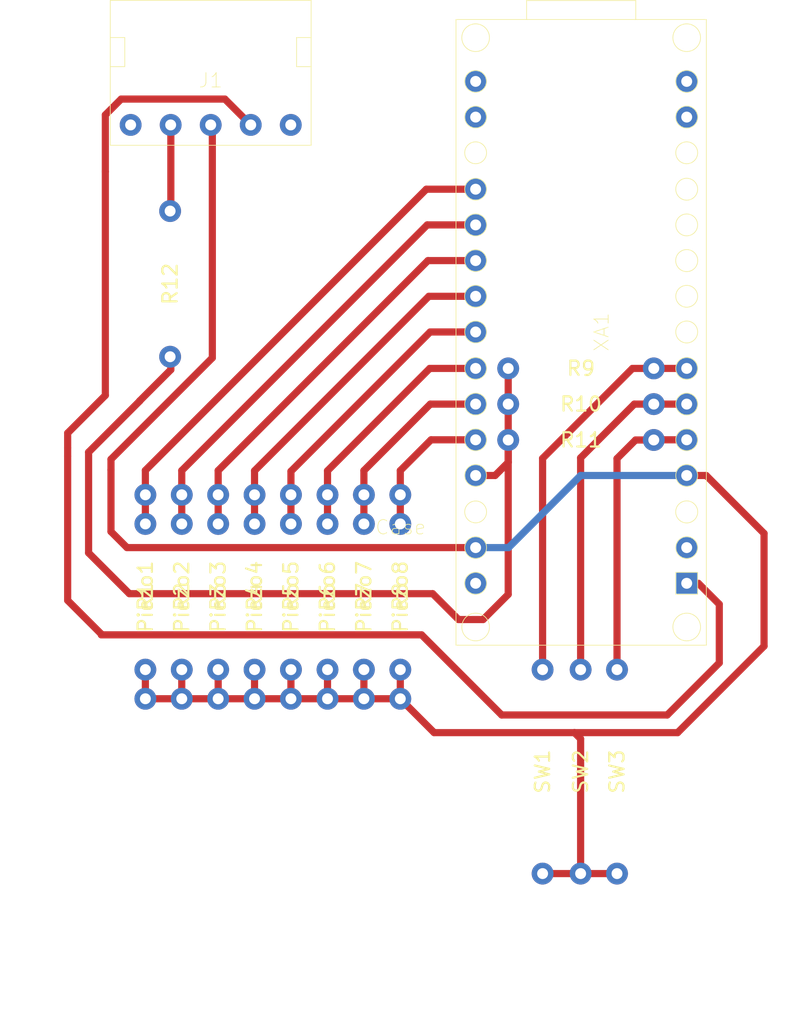
<source format=kicad_pcb>
(kicad_pcb (version 4) (host pcbnew 4.0.7-e2-6376~61~ubuntu18.04.1)

  (general
    (links 49)
    (no_connects 0)
    (area 0 0 0 0)
    (thickness 1.6)
    (drawings 0)
    (tracks 120)
    (zones 0)
    (modules 27)
    (nets 20)
  )

  (page A4)
  (layers
    (0 F.Cu signal)
    (31 B.Cu signal)
    (32 B.Adhes user)
    (33 F.Adhes user)
    (34 B.Paste user)
    (35 F.Paste user)
    (36 B.SilkS user)
    (37 F.SilkS user)
    (38 B.Mask user)
    (39 F.Mask user)
    (40 Dwgs.User user)
    (41 Cmts.User user)
    (42 Eco1.User user)
    (43 Eco2.User user)
    (44 Edge.Cuts user)
    (45 Margin user)
    (46 B.CrtYd user)
    (47 F.CrtYd user)
    (48 B.Fab user)
    (49 F.Fab user)
  )

  (setup
    (last_trace_width 0.5)
    (trace_clearance 0.2)
    (zone_clearance 0.508)
    (zone_45_only no)
    (trace_min 0.2)
    (segment_width 0.2)
    (edge_width 0.15)
    (via_size 0.6)
    (via_drill 0.4)
    (via_min_size 0.4)
    (via_min_drill 0.3)
    (uvia_size 0.3)
    (uvia_drill 0.1)
    (uvias_allowed no)
    (uvia_min_size 0.2)
    (uvia_min_drill 0.1)
    (pcb_text_width 0.3)
    (pcb_text_size 1.5 1.5)
    (mod_edge_width 0.15)
    (mod_text_size 1 1)
    (mod_text_width 0.15)
    (pad_size 1.5 1.5)
    (pad_drill 0.8)
    (pad_to_mask_clearance 0.2)
    (aux_axis_origin 0 0)
    (visible_elements FFFCFF7F)
    (pcbplotparams
      (layerselection 0x00120_00000001)
      (usegerberextensions false)
      (excludeedgelayer true)
      (linewidth 0.100000)
      (plotframeref false)
      (viasonmask false)
      (mode 1)
      (useauxorigin false)
      (hpglpennumber 1)
      (hpglpenspeed 20)
      (hpglpendiameter 15)
      (hpglpenoverlay 2)
      (psnegative false)
      (psa4output false)
      (plotreference true)
      (plotvalue true)
      (plotinvisibletext false)
      (padsonsilk false)
      (subtractmaskfromsilk false)
      (outputformat 5)
      (mirror false)
      (drillshape 0)
      (scaleselection 1)
      (outputdirectory img/))
  )

  (net 0 "")
  (net 1 GND)
  (net 2 "Net-(Piezo1-Pad1)")
  (net 3 "Net-(Piezo2-Pad1)")
  (net 4 "Net-(Piezo3-Pad1)")
  (net 5 "Net-(Piezo4-Pad1)")
  (net 6 "Net-(Piezo5-Pad1)")
  (net 7 "Net-(Piezo6-Pad1)")
  (net 8 "Net-(Piezo7-Pad1)")
  (net 9 "Net-(Piezo8-Pad1)")
  (net 10 "Net-(R10-Pad1)")
  (net 11 "Net-(R9-Pad2)")
  (net 12 "Net-(R10-Pad2)")
  (net 13 "Net-(R11-Pad2)")
  (net 14 "Net-(J1-Pad4)")
  (net 15 "Net-(J1-Pad5)")
  (net 16 "Net-(XA1-PadRX0)")
  (net 17 "Net-(J1-Pad3)")
  (net 18 "Net-(J1-Pad1)")
  (net 19 "Net-(XA1-PadVIN)")

  (net_class Default "This is the default net class."
    (clearance 0.2)
    (trace_width 0.5)
    (via_dia 0.6)
    (via_drill 0.4)
    (uvia_dia 0.3)
    (uvia_drill 0.1)
    (add_net GND)
    (add_net "Net-(J1-Pad1)")
    (add_net "Net-(J1-Pad3)")
    (add_net "Net-(J1-Pad4)")
    (add_net "Net-(J1-Pad5)")
    (add_net "Net-(Piezo1-Pad1)")
    (add_net "Net-(Piezo2-Pad1)")
    (add_net "Net-(Piezo3-Pad1)")
    (add_net "Net-(Piezo4-Pad1)")
    (add_net "Net-(Piezo5-Pad1)")
    (add_net "Net-(Piezo6-Pad1)")
    (add_net "Net-(Piezo7-Pad1)")
    (add_net "Net-(Piezo8-Pad1)")
    (add_net "Net-(R10-Pad1)")
    (add_net "Net-(R10-Pad2)")
    (add_net "Net-(R11-Pad2)")
    (add_net "Net-(R9-Pad2)")
    (add_net "Net-(XA1-PadRX0)")
    (add_net "Net-(XA1-PadVIN)")
  )

  (module arduino-drumkit:Din5-180 (layer F.Cu) (tedit 5DC35195) (tstamp 5DC351FD)
    (at 135.8265 39.624)
    (path /5DC34D21)
    (fp_text reference J1 (at 0 0.5) (layer F.SilkS)
      (effects (font (size 1 1) (thickness 0.05)))
    )
    (fp_text value DIN-5_180degree (at 0 -0.5) (layer F.Fab)
      (effects (font (size 1 1) (thickness 0.05)))
    )
    (fp_line (start -7.0104 -0.4572) (end -5.9944 -0.4572) (layer F.SilkS) (width 0.05))
    (fp_line (start -5.9944 -0.4572) (end -5.9944 -2.4892) (layer F.SilkS) (width 0.05))
    (fp_line (start -5.9944 -2.4892) (end -7.0104 -2.4892) (layer F.SilkS) (width 0.05))
    (fp_line (start 7.0104 -2.4892) (end 5.9944 -2.4892) (layer F.SilkS) (width 0.05))
    (fp_line (start 5.9944 -2.4892) (end 5.9944 -0.4572) (layer F.SilkS) (width 0.05))
    (fp_line (start 5.9944 -0.4572) (end 7.0104 -0.4572) (layer F.SilkS) (width 0.05))
    (fp_line (start -7.0104 -5.08) (end -7.0104 5.0292) (layer F.SilkS) (width 0.05))
    (fp_line (start 7.0104 5.0292) (end 7.0104 -5.08) (layer F.SilkS) (width 0.05))
    (fp_line (start -7.0104 5.0292) (end 7.0104 5.0292) (layer F.SilkS) (width 0.05))
    (fp_line (start -7.0104 -5.08) (end 7.0104 -5.08) (layer F.SilkS) (width 0.05))
    (pad 3 thru_hole circle (at 5.588 3.6068) (size 1.524 1.524) (drill 0.762) (layers *.Cu *.Mask)
      (net 17 "Net-(J1-Pad3)"))
    (pad 2 thru_hole circle (at 0 3.6068) (size 1.524 1.524) (drill 0.762) (layers *.Cu *.Mask)
      (net 1 GND))
    (pad 1 thru_hole circle (at -5.588 3.6068) (size 1.524 1.524) (drill 0.762) (layers *.Cu *.Mask)
      (net 18 "Net-(J1-Pad1)"))
    (pad 4 thru_hole circle (at -2.794 3.6068) (size 1.524 1.524) (drill 0.762) (layers *.Cu *.Mask)
      (net 14 "Net-(J1-Pad4)"))
    (pad 5 thru_hole circle (at 2.794 3.6068) (size 1.524 1.524) (drill 0.762) (layers *.Cu *.Mask)
      (net 15 "Net-(J1-Pad5)"))
  )

  (module arduino-drumkit:External_2_14.224mm (layer F.Cu) (tedit 5D65E30D) (tstamp 5D6920CE)
    (at 131.2672 76.1365 270)
    (path /5D691E80)
    (fp_text reference Piezo1 (at 0 0 270) (layer F.SilkS)
      (effects (font (size 1 1) (thickness 0.15)))
    )
    (fp_text value Piezo (at 0 2.032 270) (layer F.Fab)
      (effects (font (size 1 1) (thickness 0.15)))
    )
    (fp_line (start -6.1468 -0.9652) (end -8.0772 -0.9652) (layer F.CrtYd) (width 0.05))
    (fp_line (start -8.0772 -0.9652) (end -8.0772 0.9652) (layer F.CrtYd) (width 0.05))
    (fp_line (start -8.0772 0.9652) (end -6.1468 0.9652) (layer F.CrtYd) (width 0.05))
    (fp_line (start 6.1468 -0.9652) (end 8.0772 -0.9652) (layer F.CrtYd) (width 0.05))
    (fp_line (start 8.0772 -0.9652) (end 8.0772 0.9652) (layer F.CrtYd) (width 0.05))
    (fp_line (start 8.0772 0.9652) (end 6.1468 0.9652) (layer F.CrtYd) (width 0.05))
    (fp_line (start 6.1468 -0.9652) (end 6.1468 0.9652) (layer F.CrtYd) (width 0.05))
    (fp_line (start -6.1468 -0.9652) (end -6.1468 0.9652) (layer F.CrtYd) (width 0.05))
    (pad 1 thru_hole circle (at -7.112 0 270) (size 1.524 1.524) (drill 0.762) (layers *.Cu *.Mask)
      (net 2 "Net-(Piezo1-Pad1)"))
    (pad 2 thru_hole circle (at 7.112 0 270) (size 1.524 1.524) (drill 0.762) (layers *.Cu *.Mask)
      (net 1 GND))
  )

  (module arduino-drumkit:External_2_14.224mm (layer F.Cu) (tedit 5D65E30D) (tstamp 5D6920D4)
    (at 133.8072 76.1365 270)
    (path /5D691E1C)
    (fp_text reference Piezo2 (at 0 0 270) (layer F.SilkS)
      (effects (font (size 1 1) (thickness 0.15)))
    )
    (fp_text value Piezo (at 0 2.032 270) (layer F.Fab)
      (effects (font (size 1 1) (thickness 0.15)))
    )
    (fp_line (start -6.1468 -0.9652) (end -8.0772 -0.9652) (layer F.CrtYd) (width 0.05))
    (fp_line (start -8.0772 -0.9652) (end -8.0772 0.9652) (layer F.CrtYd) (width 0.05))
    (fp_line (start -8.0772 0.9652) (end -6.1468 0.9652) (layer F.CrtYd) (width 0.05))
    (fp_line (start 6.1468 -0.9652) (end 8.0772 -0.9652) (layer F.CrtYd) (width 0.05))
    (fp_line (start 8.0772 -0.9652) (end 8.0772 0.9652) (layer F.CrtYd) (width 0.05))
    (fp_line (start 8.0772 0.9652) (end 6.1468 0.9652) (layer F.CrtYd) (width 0.05))
    (fp_line (start 6.1468 -0.9652) (end 6.1468 0.9652) (layer F.CrtYd) (width 0.05))
    (fp_line (start -6.1468 -0.9652) (end -6.1468 0.9652) (layer F.CrtYd) (width 0.05))
    (pad 1 thru_hole circle (at -7.112 0 270) (size 1.524 1.524) (drill 0.762) (layers *.Cu *.Mask)
      (net 3 "Net-(Piezo2-Pad1)"))
    (pad 2 thru_hole circle (at 7.112 0 270) (size 1.524 1.524) (drill 0.762) (layers *.Cu *.Mask)
      (net 1 GND))
  )

  (module arduino-drumkit:External_2_14.224mm (layer F.Cu) (tedit 5D65E30D) (tstamp 5D6920DA)
    (at 136.3472 76.1365 270)
    (path /5D691CF6)
    (fp_text reference Piezo3 (at 0 0 270) (layer F.SilkS)
      (effects (font (size 1 1) (thickness 0.15)))
    )
    (fp_text value Piezo (at 0 2.032 270) (layer F.Fab)
      (effects (font (size 1 1) (thickness 0.15)))
    )
    (fp_line (start -6.1468 -0.9652) (end -8.0772 -0.9652) (layer F.CrtYd) (width 0.05))
    (fp_line (start -8.0772 -0.9652) (end -8.0772 0.9652) (layer F.CrtYd) (width 0.05))
    (fp_line (start -8.0772 0.9652) (end -6.1468 0.9652) (layer F.CrtYd) (width 0.05))
    (fp_line (start 6.1468 -0.9652) (end 8.0772 -0.9652) (layer F.CrtYd) (width 0.05))
    (fp_line (start 8.0772 -0.9652) (end 8.0772 0.9652) (layer F.CrtYd) (width 0.05))
    (fp_line (start 8.0772 0.9652) (end 6.1468 0.9652) (layer F.CrtYd) (width 0.05))
    (fp_line (start 6.1468 -0.9652) (end 6.1468 0.9652) (layer F.CrtYd) (width 0.05))
    (fp_line (start -6.1468 -0.9652) (end -6.1468 0.9652) (layer F.CrtYd) (width 0.05))
    (pad 1 thru_hole circle (at -7.112 0 270) (size 1.524 1.524) (drill 0.762) (layers *.Cu *.Mask)
      (net 4 "Net-(Piezo3-Pad1)"))
    (pad 2 thru_hole circle (at 7.112 0 270) (size 1.524 1.524) (drill 0.762) (layers *.Cu *.Mask)
      (net 1 GND))
  )

  (module arduino-drumkit:External_2_14.224mm (layer F.Cu) (tedit 5D65E30D) (tstamp 5D6920E0)
    (at 138.8872 76.1365 270)
    (path /5D691BC8)
    (fp_text reference Piezo4 (at 0 0 270) (layer F.SilkS)
      (effects (font (size 1 1) (thickness 0.15)))
    )
    (fp_text value Piezo (at 0 2.032 270) (layer F.Fab)
      (effects (font (size 1 1) (thickness 0.15)))
    )
    (fp_line (start -6.1468 -0.9652) (end -8.0772 -0.9652) (layer F.CrtYd) (width 0.05))
    (fp_line (start -8.0772 -0.9652) (end -8.0772 0.9652) (layer F.CrtYd) (width 0.05))
    (fp_line (start -8.0772 0.9652) (end -6.1468 0.9652) (layer F.CrtYd) (width 0.05))
    (fp_line (start 6.1468 -0.9652) (end 8.0772 -0.9652) (layer F.CrtYd) (width 0.05))
    (fp_line (start 8.0772 -0.9652) (end 8.0772 0.9652) (layer F.CrtYd) (width 0.05))
    (fp_line (start 8.0772 0.9652) (end 6.1468 0.9652) (layer F.CrtYd) (width 0.05))
    (fp_line (start 6.1468 -0.9652) (end 6.1468 0.9652) (layer F.CrtYd) (width 0.05))
    (fp_line (start -6.1468 -0.9652) (end -6.1468 0.9652) (layer F.CrtYd) (width 0.05))
    (pad 1 thru_hole circle (at -7.112 0 270) (size 1.524 1.524) (drill 0.762) (layers *.Cu *.Mask)
      (net 5 "Net-(Piezo4-Pad1)"))
    (pad 2 thru_hole circle (at 7.112 0 270) (size 1.524 1.524) (drill 0.762) (layers *.Cu *.Mask)
      (net 1 GND))
  )

  (module arduino-drumkit:External_2_14.224mm (layer F.Cu) (tedit 5D65E30D) (tstamp 5D6920E6)
    (at 141.4272 76.1365 270)
    (path /5D691B76)
    (fp_text reference Piezo5 (at 0 0 270) (layer F.SilkS)
      (effects (font (size 1 1) (thickness 0.15)))
    )
    (fp_text value Piezo (at 0 2.032 270) (layer F.Fab)
      (effects (font (size 1 1) (thickness 0.15)))
    )
    (fp_line (start -6.1468 -0.9652) (end -8.0772 -0.9652) (layer F.CrtYd) (width 0.05))
    (fp_line (start -8.0772 -0.9652) (end -8.0772 0.9652) (layer F.CrtYd) (width 0.05))
    (fp_line (start -8.0772 0.9652) (end -6.1468 0.9652) (layer F.CrtYd) (width 0.05))
    (fp_line (start 6.1468 -0.9652) (end 8.0772 -0.9652) (layer F.CrtYd) (width 0.05))
    (fp_line (start 8.0772 -0.9652) (end 8.0772 0.9652) (layer F.CrtYd) (width 0.05))
    (fp_line (start 8.0772 0.9652) (end 6.1468 0.9652) (layer F.CrtYd) (width 0.05))
    (fp_line (start 6.1468 -0.9652) (end 6.1468 0.9652) (layer F.CrtYd) (width 0.05))
    (fp_line (start -6.1468 -0.9652) (end -6.1468 0.9652) (layer F.CrtYd) (width 0.05))
    (pad 1 thru_hole circle (at -7.112 0 270) (size 1.524 1.524) (drill 0.762) (layers *.Cu *.Mask)
      (net 6 "Net-(Piezo5-Pad1)"))
    (pad 2 thru_hole circle (at 7.112 0 270) (size 1.524 1.524) (drill 0.762) (layers *.Cu *.Mask)
      (net 1 GND))
  )

  (module arduino-drumkit:External_2_14.224mm (layer F.Cu) (tedit 5D65E30D) (tstamp 5D6920EC)
    (at 143.9799 76.1365 270)
    (path /5D691B1E)
    (fp_text reference Piezo6 (at 0 0 270) (layer F.SilkS)
      (effects (font (size 1 1) (thickness 0.15)))
    )
    (fp_text value Piezo (at 0 2.032 270) (layer F.Fab)
      (effects (font (size 1 1) (thickness 0.15)))
    )
    (fp_line (start -6.1468 -0.9652) (end -8.0772 -0.9652) (layer F.CrtYd) (width 0.05))
    (fp_line (start -8.0772 -0.9652) (end -8.0772 0.9652) (layer F.CrtYd) (width 0.05))
    (fp_line (start -8.0772 0.9652) (end -6.1468 0.9652) (layer F.CrtYd) (width 0.05))
    (fp_line (start 6.1468 -0.9652) (end 8.0772 -0.9652) (layer F.CrtYd) (width 0.05))
    (fp_line (start 8.0772 -0.9652) (end 8.0772 0.9652) (layer F.CrtYd) (width 0.05))
    (fp_line (start 8.0772 0.9652) (end 6.1468 0.9652) (layer F.CrtYd) (width 0.05))
    (fp_line (start 6.1468 -0.9652) (end 6.1468 0.9652) (layer F.CrtYd) (width 0.05))
    (fp_line (start -6.1468 -0.9652) (end -6.1468 0.9652) (layer F.CrtYd) (width 0.05))
    (pad 1 thru_hole circle (at -7.112 0 270) (size 1.524 1.524) (drill 0.762) (layers *.Cu *.Mask)
      (net 7 "Net-(Piezo6-Pad1)"))
    (pad 2 thru_hole circle (at 7.112 0 270) (size 1.524 1.524) (drill 0.762) (layers *.Cu *.Mask)
      (net 1 GND))
  )

  (module arduino-drumkit:External_2_14.224mm (layer F.Cu) (tedit 5D65E30D) (tstamp 5D6920F2)
    (at 146.5199 76.1365 270)
    (path /5D691AB2)
    (fp_text reference Piezo7 (at 0 0 270) (layer F.SilkS)
      (effects (font (size 1 1) (thickness 0.15)))
    )
    (fp_text value Piezo (at 0 2.032 270) (layer F.Fab)
      (effects (font (size 1 1) (thickness 0.15)))
    )
    (fp_line (start -6.1468 -0.9652) (end -8.0772 -0.9652) (layer F.CrtYd) (width 0.05))
    (fp_line (start -8.0772 -0.9652) (end -8.0772 0.9652) (layer F.CrtYd) (width 0.05))
    (fp_line (start -8.0772 0.9652) (end -6.1468 0.9652) (layer F.CrtYd) (width 0.05))
    (fp_line (start 6.1468 -0.9652) (end 8.0772 -0.9652) (layer F.CrtYd) (width 0.05))
    (fp_line (start 8.0772 -0.9652) (end 8.0772 0.9652) (layer F.CrtYd) (width 0.05))
    (fp_line (start 8.0772 0.9652) (end 6.1468 0.9652) (layer F.CrtYd) (width 0.05))
    (fp_line (start 6.1468 -0.9652) (end 6.1468 0.9652) (layer F.CrtYd) (width 0.05))
    (fp_line (start -6.1468 -0.9652) (end -6.1468 0.9652) (layer F.CrtYd) (width 0.05))
    (pad 1 thru_hole circle (at -7.112 0 270) (size 1.524 1.524) (drill 0.762) (layers *.Cu *.Mask)
      (net 8 "Net-(Piezo7-Pad1)"))
    (pad 2 thru_hole circle (at 7.112 0 270) (size 1.524 1.524) (drill 0.762) (layers *.Cu *.Mask)
      (net 1 GND))
  )

  (module arduino-drumkit:External_2_14.224mm (layer F.Cu) (tedit 5D65E30D) (tstamp 5D6920F8)
    (at 149.0599 76.1365 270)
    (path /5D691739)
    (fp_text reference Piezo8 (at 0 0 270) (layer F.SilkS)
      (effects (font (size 1 1) (thickness 0.15)))
    )
    (fp_text value Piezo (at 0 2.032 270) (layer F.Fab)
      (effects (font (size 1 1) (thickness 0.15)))
    )
    (fp_line (start -6.1468 -0.9652) (end -8.0772 -0.9652) (layer F.CrtYd) (width 0.05))
    (fp_line (start -8.0772 -0.9652) (end -8.0772 0.9652) (layer F.CrtYd) (width 0.05))
    (fp_line (start -8.0772 0.9652) (end -6.1468 0.9652) (layer F.CrtYd) (width 0.05))
    (fp_line (start 6.1468 -0.9652) (end 8.0772 -0.9652) (layer F.CrtYd) (width 0.05))
    (fp_line (start 8.0772 -0.9652) (end 8.0772 0.9652) (layer F.CrtYd) (width 0.05))
    (fp_line (start 8.0772 0.9652) (end 6.1468 0.9652) (layer F.CrtYd) (width 0.05))
    (fp_line (start 6.1468 -0.9652) (end 6.1468 0.9652) (layer F.CrtYd) (width 0.05))
    (fp_line (start -6.1468 -0.9652) (end -6.1468 0.9652) (layer F.CrtYd) (width 0.05))
    (pad 1 thru_hole circle (at -7.112 0 270) (size 1.524 1.524) (drill 0.762) (layers *.Cu *.Mask)
      (net 9 "Net-(Piezo8-Pad1)"))
    (pad 2 thru_hole circle (at 7.112 0 270) (size 1.524 1.524) (drill 0.762) (layers *.Cu *.Mask)
      (net 1 GND))
  )

  (module arduino-drumkit:R_L6.22mm_D2.3mm_P10.16mm_Horizontal (layer F.Cu) (tedit 5D655786) (tstamp 5D6920FE)
    (at 131.2672 76.1365 270)
    (path /5D691E86)
    (fp_text reference R1 (at 0 0 270) (layer F.SilkS)
      (effects (font (size 1 1) (thickness 0.15)))
    )
    (fp_text value 1M (at 0 2.032 270) (layer F.Fab)
      (effects (font (size 1 1) (thickness 0.15)))
    )
    (fp_line (start -3.11 0) (end -5.08 0) (layer F.Fab) (width 0.05))
    (fp_line (start 3.11 0) (end 5.08 0) (layer F.Fab) (width 0.05))
    (fp_line (start 3.11 -1.15) (end 3.11 1.15) (layer F.Fab) (width 0.05))
    (fp_line (start -3.11 -1.15) (end -3.11 1.15) (layer F.Fab) (width 0.05))
    (fp_line (start -3.11 1.15) (end 3.11 1.15) (layer F.Fab) (width 0.05))
    (fp_line (start -3.11 -1.15) (end 3.11 -1.15) (layer F.Fab) (width 0.05))
    (fp_line (start 5.9436 -1.25) (end 5.9436 1.25) (layer F.CrtYd) (width 0.05))
    (fp_line (start -5.9436 -1.25) (end -5.9436 1.25) (layer F.CrtYd) (width 0.05))
    (fp_line (start -5.9436 1.25) (end 5.9436 1.25) (layer F.CrtYd) (width 0.05))
    (fp_line (start -5.9436 -1.25) (end 5.9436 -1.25) (layer F.CrtYd) (width 0.05))
    (pad 1 thru_hole circle (at -5.08 0 270) (size 1.524 1.524) (drill 0.762) (layers *.Cu *.Mask)
      (net 2 "Net-(Piezo1-Pad1)"))
    (pad 2 thru_hole circle (at 5.08 0 270) (size 1.524 1.524) (drill 0.762) (layers *.Cu *.Mask)
      (net 1 GND))
  )

  (module arduino-drumkit:R_L6.22mm_D2.3mm_P10.16mm_Horizontal (layer F.Cu) (tedit 5D655786) (tstamp 5D692104)
    (at 133.8072 76.1365 270)
    (path /5D691E22)
    (fp_text reference R2 (at 0 0 270) (layer F.SilkS)
      (effects (font (size 1 1) (thickness 0.15)))
    )
    (fp_text value 1M (at 0 2.032 270) (layer F.Fab)
      (effects (font (size 1 1) (thickness 0.15)))
    )
    (fp_line (start -3.11 0) (end -5.08 0) (layer F.Fab) (width 0.05))
    (fp_line (start 3.11 0) (end 5.08 0) (layer F.Fab) (width 0.05))
    (fp_line (start 3.11 -1.15) (end 3.11 1.15) (layer F.Fab) (width 0.05))
    (fp_line (start -3.11 -1.15) (end -3.11 1.15) (layer F.Fab) (width 0.05))
    (fp_line (start -3.11 1.15) (end 3.11 1.15) (layer F.Fab) (width 0.05))
    (fp_line (start -3.11 -1.15) (end 3.11 -1.15) (layer F.Fab) (width 0.05))
    (fp_line (start 5.9436 -1.25) (end 5.9436 1.25) (layer F.CrtYd) (width 0.05))
    (fp_line (start -5.9436 -1.25) (end -5.9436 1.25) (layer F.CrtYd) (width 0.05))
    (fp_line (start -5.9436 1.25) (end 5.9436 1.25) (layer F.CrtYd) (width 0.05))
    (fp_line (start -5.9436 -1.25) (end 5.9436 -1.25) (layer F.CrtYd) (width 0.05))
    (pad 1 thru_hole circle (at -5.08 0 270) (size 1.524 1.524) (drill 0.762) (layers *.Cu *.Mask)
      (net 3 "Net-(Piezo2-Pad1)"))
    (pad 2 thru_hole circle (at 5.08 0 270) (size 1.524 1.524) (drill 0.762) (layers *.Cu *.Mask)
      (net 1 GND))
  )

  (module arduino-drumkit:R_L6.22mm_D2.3mm_P10.16mm_Horizontal (layer F.Cu) (tedit 5D655786) (tstamp 5D69210A)
    (at 136.3472 76.1365 270)
    (path /5D691CFC)
    (fp_text reference R3 (at 0 0 270) (layer F.SilkS)
      (effects (font (size 1 1) (thickness 0.15)))
    )
    (fp_text value 1M (at 0 2.032 270) (layer F.Fab)
      (effects (font (size 1 1) (thickness 0.15)))
    )
    (fp_line (start -3.11 0) (end -5.08 0) (layer F.Fab) (width 0.05))
    (fp_line (start 3.11 0) (end 5.08 0) (layer F.Fab) (width 0.05))
    (fp_line (start 3.11 -1.15) (end 3.11 1.15) (layer F.Fab) (width 0.05))
    (fp_line (start -3.11 -1.15) (end -3.11 1.15) (layer F.Fab) (width 0.05))
    (fp_line (start -3.11 1.15) (end 3.11 1.15) (layer F.Fab) (width 0.05))
    (fp_line (start -3.11 -1.15) (end 3.11 -1.15) (layer F.Fab) (width 0.05))
    (fp_line (start 5.9436 -1.25) (end 5.9436 1.25) (layer F.CrtYd) (width 0.05))
    (fp_line (start -5.9436 -1.25) (end -5.9436 1.25) (layer F.CrtYd) (width 0.05))
    (fp_line (start -5.9436 1.25) (end 5.9436 1.25) (layer F.CrtYd) (width 0.05))
    (fp_line (start -5.9436 -1.25) (end 5.9436 -1.25) (layer F.CrtYd) (width 0.05))
    (pad 1 thru_hole circle (at -5.08 0 270) (size 1.524 1.524) (drill 0.762) (layers *.Cu *.Mask)
      (net 4 "Net-(Piezo3-Pad1)"))
    (pad 2 thru_hole circle (at 5.08 0 270) (size 1.524 1.524) (drill 0.762) (layers *.Cu *.Mask)
      (net 1 GND))
  )

  (module arduino-drumkit:R_L6.22mm_D2.3mm_P10.16mm_Horizontal (layer F.Cu) (tedit 5D655786) (tstamp 5D692110)
    (at 138.8872 76.1365 270)
    (path /5D691BCE)
    (fp_text reference R4 (at 0 0 270) (layer F.SilkS)
      (effects (font (size 1 1) (thickness 0.15)))
    )
    (fp_text value 1M (at 0 2.032 270) (layer F.Fab)
      (effects (font (size 1 1) (thickness 0.15)))
    )
    (fp_line (start -3.11 0) (end -5.08 0) (layer F.Fab) (width 0.05))
    (fp_line (start 3.11 0) (end 5.08 0) (layer F.Fab) (width 0.05))
    (fp_line (start 3.11 -1.15) (end 3.11 1.15) (layer F.Fab) (width 0.05))
    (fp_line (start -3.11 -1.15) (end -3.11 1.15) (layer F.Fab) (width 0.05))
    (fp_line (start -3.11 1.15) (end 3.11 1.15) (layer F.Fab) (width 0.05))
    (fp_line (start -3.11 -1.15) (end 3.11 -1.15) (layer F.Fab) (width 0.05))
    (fp_line (start 5.9436 -1.25) (end 5.9436 1.25) (layer F.CrtYd) (width 0.05))
    (fp_line (start -5.9436 -1.25) (end -5.9436 1.25) (layer F.CrtYd) (width 0.05))
    (fp_line (start -5.9436 1.25) (end 5.9436 1.25) (layer F.CrtYd) (width 0.05))
    (fp_line (start -5.9436 -1.25) (end 5.9436 -1.25) (layer F.CrtYd) (width 0.05))
    (pad 1 thru_hole circle (at -5.08 0 270) (size 1.524 1.524) (drill 0.762) (layers *.Cu *.Mask)
      (net 5 "Net-(Piezo4-Pad1)"))
    (pad 2 thru_hole circle (at 5.08 0 270) (size 1.524 1.524) (drill 0.762) (layers *.Cu *.Mask)
      (net 1 GND))
  )

  (module arduino-drumkit:R_L6.22mm_D2.3mm_P10.16mm_Horizontal (layer F.Cu) (tedit 5D655786) (tstamp 5D692116)
    (at 141.4272 76.1365 270)
    (path /5D691B7C)
    (fp_text reference R5 (at 0 0 270) (layer F.SilkS)
      (effects (font (size 1 1) (thickness 0.15)))
    )
    (fp_text value 1M (at 0 2.032 270) (layer F.Fab)
      (effects (font (size 1 1) (thickness 0.15)))
    )
    (fp_line (start -3.11 0) (end -5.08 0) (layer F.Fab) (width 0.05))
    (fp_line (start 3.11 0) (end 5.08 0) (layer F.Fab) (width 0.05))
    (fp_line (start 3.11 -1.15) (end 3.11 1.15) (layer F.Fab) (width 0.05))
    (fp_line (start -3.11 -1.15) (end -3.11 1.15) (layer F.Fab) (width 0.05))
    (fp_line (start -3.11 1.15) (end 3.11 1.15) (layer F.Fab) (width 0.05))
    (fp_line (start -3.11 -1.15) (end 3.11 -1.15) (layer F.Fab) (width 0.05))
    (fp_line (start 5.9436 -1.25) (end 5.9436 1.25) (layer F.CrtYd) (width 0.05))
    (fp_line (start -5.9436 -1.25) (end -5.9436 1.25) (layer F.CrtYd) (width 0.05))
    (fp_line (start -5.9436 1.25) (end 5.9436 1.25) (layer F.CrtYd) (width 0.05))
    (fp_line (start -5.9436 -1.25) (end 5.9436 -1.25) (layer F.CrtYd) (width 0.05))
    (pad 1 thru_hole circle (at -5.08 0 270) (size 1.524 1.524) (drill 0.762) (layers *.Cu *.Mask)
      (net 6 "Net-(Piezo5-Pad1)"))
    (pad 2 thru_hole circle (at 5.08 0 270) (size 1.524 1.524) (drill 0.762) (layers *.Cu *.Mask)
      (net 1 GND))
  )

  (module arduino-drumkit:R_L6.22mm_D2.3mm_P10.16mm_Horizontal (layer F.Cu) (tedit 5D655786) (tstamp 5D69211C)
    (at 143.9799 76.1365 270)
    (path /5D691B24)
    (fp_text reference R6 (at 0 0 270) (layer F.SilkS)
      (effects (font (size 1 1) (thickness 0.15)))
    )
    (fp_text value 1M (at 0 2.032 270) (layer F.Fab)
      (effects (font (size 1 1) (thickness 0.15)))
    )
    (fp_line (start -3.11 0) (end -5.08 0) (layer F.Fab) (width 0.05))
    (fp_line (start 3.11 0) (end 5.08 0) (layer F.Fab) (width 0.05))
    (fp_line (start 3.11 -1.15) (end 3.11 1.15) (layer F.Fab) (width 0.05))
    (fp_line (start -3.11 -1.15) (end -3.11 1.15) (layer F.Fab) (width 0.05))
    (fp_line (start -3.11 1.15) (end 3.11 1.15) (layer F.Fab) (width 0.05))
    (fp_line (start -3.11 -1.15) (end 3.11 -1.15) (layer F.Fab) (width 0.05))
    (fp_line (start 5.9436 -1.25) (end 5.9436 1.25) (layer F.CrtYd) (width 0.05))
    (fp_line (start -5.9436 -1.25) (end -5.9436 1.25) (layer F.CrtYd) (width 0.05))
    (fp_line (start -5.9436 1.25) (end 5.9436 1.25) (layer F.CrtYd) (width 0.05))
    (fp_line (start -5.9436 -1.25) (end 5.9436 -1.25) (layer F.CrtYd) (width 0.05))
    (pad 1 thru_hole circle (at -5.08 0 270) (size 1.524 1.524) (drill 0.762) (layers *.Cu *.Mask)
      (net 7 "Net-(Piezo6-Pad1)"))
    (pad 2 thru_hole circle (at 5.08 0 270) (size 1.524 1.524) (drill 0.762) (layers *.Cu *.Mask)
      (net 1 GND))
  )

  (module arduino-drumkit:R_L6.22mm_D2.3mm_P10.16mm_Horizontal (layer F.Cu) (tedit 5D655786) (tstamp 5D692122)
    (at 146.5199 76.1365 270)
    (path /5D691AB8)
    (fp_text reference R7 (at 0 0 270) (layer F.SilkS)
      (effects (font (size 1 1) (thickness 0.15)))
    )
    (fp_text value 1M (at 0 2.032 270) (layer F.Fab)
      (effects (font (size 1 1) (thickness 0.15)))
    )
    (fp_line (start -3.11 0) (end -5.08 0) (layer F.Fab) (width 0.05))
    (fp_line (start 3.11 0) (end 5.08 0) (layer F.Fab) (width 0.05))
    (fp_line (start 3.11 -1.15) (end 3.11 1.15) (layer F.Fab) (width 0.05))
    (fp_line (start -3.11 -1.15) (end -3.11 1.15) (layer F.Fab) (width 0.05))
    (fp_line (start -3.11 1.15) (end 3.11 1.15) (layer F.Fab) (width 0.05))
    (fp_line (start -3.11 -1.15) (end 3.11 -1.15) (layer F.Fab) (width 0.05))
    (fp_line (start 5.9436 -1.25) (end 5.9436 1.25) (layer F.CrtYd) (width 0.05))
    (fp_line (start -5.9436 -1.25) (end -5.9436 1.25) (layer F.CrtYd) (width 0.05))
    (fp_line (start -5.9436 1.25) (end 5.9436 1.25) (layer F.CrtYd) (width 0.05))
    (fp_line (start -5.9436 -1.25) (end 5.9436 -1.25) (layer F.CrtYd) (width 0.05))
    (pad 1 thru_hole circle (at -5.08 0 270) (size 1.524 1.524) (drill 0.762) (layers *.Cu *.Mask)
      (net 8 "Net-(Piezo7-Pad1)"))
    (pad 2 thru_hole circle (at 5.08 0 270) (size 1.524 1.524) (drill 0.762) (layers *.Cu *.Mask)
      (net 1 GND))
  )

  (module arduino-drumkit:R_L6.22mm_D2.3mm_P10.16mm_Horizontal (layer F.Cu) (tedit 5D655786) (tstamp 5D692128)
    (at 149.0599 76.1365 270)
    (path /5D691770)
    (fp_text reference R8 (at 0 0 270) (layer F.SilkS)
      (effects (font (size 1 1) (thickness 0.15)))
    )
    (fp_text value 1M (at 0 2.032 270) (layer F.Fab)
      (effects (font (size 1 1) (thickness 0.15)))
    )
    (fp_line (start -3.11 0) (end -5.08 0) (layer F.Fab) (width 0.05))
    (fp_line (start 3.11 0) (end 5.08 0) (layer F.Fab) (width 0.05))
    (fp_line (start 3.11 -1.15) (end 3.11 1.15) (layer F.Fab) (width 0.05))
    (fp_line (start -3.11 -1.15) (end -3.11 1.15) (layer F.Fab) (width 0.05))
    (fp_line (start -3.11 1.15) (end 3.11 1.15) (layer F.Fab) (width 0.05))
    (fp_line (start -3.11 -1.15) (end 3.11 -1.15) (layer F.Fab) (width 0.05))
    (fp_line (start 5.9436 -1.25) (end 5.9436 1.25) (layer F.CrtYd) (width 0.05))
    (fp_line (start -5.9436 -1.25) (end -5.9436 1.25) (layer F.CrtYd) (width 0.05))
    (fp_line (start -5.9436 1.25) (end 5.9436 1.25) (layer F.CrtYd) (width 0.05))
    (fp_line (start -5.9436 -1.25) (end 5.9436 -1.25) (layer F.CrtYd) (width 0.05))
    (pad 1 thru_hole circle (at -5.08 0 270) (size 1.524 1.524) (drill 0.762) (layers *.Cu *.Mask)
      (net 9 "Net-(Piezo8-Pad1)"))
    (pad 2 thru_hole circle (at 5.08 0 270) (size 1.524 1.524) (drill 0.762) (layers *.Cu *.Mask)
      (net 1 GND))
  )

  (module arduino-drumkit:R_L6.22mm_D2.3mm_P10.16mm_Horizontal (layer F.Cu) (tedit 5D655786) (tstamp 5D69212E)
    (at 161.671 60.2107)
    (path /5D692CD8)
    (fp_text reference R9 (at 0 0) (layer F.SilkS)
      (effects (font (size 1 1) (thickness 0.15)))
    )
    (fp_text value 10K (at 0 2.032) (layer F.Fab)
      (effects (font (size 1 1) (thickness 0.15)))
    )
    (fp_line (start -3.11 0) (end -5.08 0) (layer F.Fab) (width 0.05))
    (fp_line (start 3.11 0) (end 5.08 0) (layer F.Fab) (width 0.05))
    (fp_line (start 3.11 -1.15) (end 3.11 1.15) (layer F.Fab) (width 0.05))
    (fp_line (start -3.11 -1.15) (end -3.11 1.15) (layer F.Fab) (width 0.05))
    (fp_line (start -3.11 1.15) (end 3.11 1.15) (layer F.Fab) (width 0.05))
    (fp_line (start -3.11 -1.15) (end 3.11 -1.15) (layer F.Fab) (width 0.05))
    (fp_line (start 5.9436 -1.25) (end 5.9436 1.25) (layer F.CrtYd) (width 0.05))
    (fp_line (start -5.9436 -1.25) (end -5.9436 1.25) (layer F.CrtYd) (width 0.05))
    (fp_line (start -5.9436 1.25) (end 5.9436 1.25) (layer F.CrtYd) (width 0.05))
    (fp_line (start -5.9436 -1.25) (end 5.9436 -1.25) (layer F.CrtYd) (width 0.05))
    (pad 1 thru_hole circle (at -5.08 0) (size 1.524 1.524) (drill 0.762) (layers *.Cu *.Mask)
      (net 10 "Net-(R10-Pad1)"))
    (pad 2 thru_hole circle (at 5.08 0) (size 1.524 1.524) (drill 0.762) (layers *.Cu *.Mask)
      (net 11 "Net-(R9-Pad2)"))
  )

  (module arduino-drumkit:R_L6.22mm_D2.3mm_P10.16mm_Horizontal (layer F.Cu) (tedit 5D655786) (tstamp 5D692134)
    (at 161.671 62.6999)
    (path /5D692F27)
    (fp_text reference R10 (at 0 0) (layer F.SilkS)
      (effects (font (size 1 1) (thickness 0.15)))
    )
    (fp_text value 10K (at 0 2.032) (layer F.Fab)
      (effects (font (size 1 1) (thickness 0.15)))
    )
    (fp_line (start -3.11 0) (end -5.08 0) (layer F.Fab) (width 0.05))
    (fp_line (start 3.11 0) (end 5.08 0) (layer F.Fab) (width 0.05))
    (fp_line (start 3.11 -1.15) (end 3.11 1.15) (layer F.Fab) (width 0.05))
    (fp_line (start -3.11 -1.15) (end -3.11 1.15) (layer F.Fab) (width 0.05))
    (fp_line (start -3.11 1.15) (end 3.11 1.15) (layer F.Fab) (width 0.05))
    (fp_line (start -3.11 -1.15) (end 3.11 -1.15) (layer F.Fab) (width 0.05))
    (fp_line (start 5.9436 -1.25) (end 5.9436 1.25) (layer F.CrtYd) (width 0.05))
    (fp_line (start -5.9436 -1.25) (end -5.9436 1.25) (layer F.CrtYd) (width 0.05))
    (fp_line (start -5.9436 1.25) (end 5.9436 1.25) (layer F.CrtYd) (width 0.05))
    (fp_line (start -5.9436 -1.25) (end 5.9436 -1.25) (layer F.CrtYd) (width 0.05))
    (pad 1 thru_hole circle (at -5.08 0) (size 1.524 1.524) (drill 0.762) (layers *.Cu *.Mask)
      (net 10 "Net-(R10-Pad1)"))
    (pad 2 thru_hole circle (at 5.08 0) (size 1.524 1.524) (drill 0.762) (layers *.Cu *.Mask)
      (net 12 "Net-(R10-Pad2)"))
  )

  (module arduino-drumkit:R_L6.22mm_D2.3mm_P10.16mm_Horizontal (layer F.Cu) (tedit 5D655786) (tstamp 5D69213A)
    (at 161.671 65.2018)
    (path /5D692F5C)
    (fp_text reference R11 (at 0 0) (layer F.SilkS)
      (effects (font (size 1 1) (thickness 0.15)))
    )
    (fp_text value 10K (at 0 2.032) (layer F.Fab)
      (effects (font (size 1 1) (thickness 0.15)))
    )
    (fp_line (start -3.11 0) (end -5.08 0) (layer F.Fab) (width 0.05))
    (fp_line (start 3.11 0) (end 5.08 0) (layer F.Fab) (width 0.05))
    (fp_line (start 3.11 -1.15) (end 3.11 1.15) (layer F.Fab) (width 0.05))
    (fp_line (start -3.11 -1.15) (end -3.11 1.15) (layer F.Fab) (width 0.05))
    (fp_line (start -3.11 1.15) (end 3.11 1.15) (layer F.Fab) (width 0.05))
    (fp_line (start -3.11 -1.15) (end 3.11 -1.15) (layer F.Fab) (width 0.05))
    (fp_line (start 5.9436 -1.25) (end 5.9436 1.25) (layer F.CrtYd) (width 0.05))
    (fp_line (start -5.9436 -1.25) (end -5.9436 1.25) (layer F.CrtYd) (width 0.05))
    (fp_line (start -5.9436 1.25) (end 5.9436 1.25) (layer F.CrtYd) (width 0.05))
    (fp_line (start -5.9436 -1.25) (end 5.9436 -1.25) (layer F.CrtYd) (width 0.05))
    (pad 1 thru_hole circle (at -5.08 0) (size 1.524 1.524) (drill 0.762) (layers *.Cu *.Mask)
      (net 10 "Net-(R10-Pad1)"))
    (pad 2 thru_hole circle (at 5.08 0) (size 1.524 1.524) (drill 0.762) (layers *.Cu *.Mask)
      (net 13 "Net-(R11-Pad2)"))
  )

  (module arduino-drumkit:External_2_14.224mm (layer F.Cu) (tedit 5D65E30D) (tstamp 5D692140)
    (at 158.9913 88.3285 90)
    (path /5D692C5B)
    (fp_text reference SW1 (at 0 0 90) (layer F.SilkS)
      (effects (font (size 1 1) (thickness 0.15)))
    )
    (fp_text value SW_Push (at 0 2.032 90) (layer F.Fab)
      (effects (font (size 1 1) (thickness 0.15)))
    )
    (fp_line (start -6.1468 -0.9652) (end -8.0772 -0.9652) (layer F.CrtYd) (width 0.05))
    (fp_line (start -8.0772 -0.9652) (end -8.0772 0.9652) (layer F.CrtYd) (width 0.05))
    (fp_line (start -8.0772 0.9652) (end -6.1468 0.9652) (layer F.CrtYd) (width 0.05))
    (fp_line (start 6.1468 -0.9652) (end 8.0772 -0.9652) (layer F.CrtYd) (width 0.05))
    (fp_line (start 8.0772 -0.9652) (end 8.0772 0.9652) (layer F.CrtYd) (width 0.05))
    (fp_line (start 8.0772 0.9652) (end 6.1468 0.9652) (layer F.CrtYd) (width 0.05))
    (fp_line (start 6.1468 -0.9652) (end 6.1468 0.9652) (layer F.CrtYd) (width 0.05))
    (fp_line (start -6.1468 -0.9652) (end -6.1468 0.9652) (layer F.CrtYd) (width 0.05))
    (pad 1 thru_hole circle (at -7.112 0 90) (size 1.524 1.524) (drill 0.762) (layers *.Cu *.Mask)
      (net 1 GND))
    (pad 2 thru_hole circle (at 7.112 0 90) (size 1.524 1.524) (drill 0.762) (layers *.Cu *.Mask)
      (net 11 "Net-(R9-Pad2)"))
  )

  (module arduino-drumkit:External_2_14.224mm (layer F.Cu) (tedit 5D65E30D) (tstamp 5D692146)
    (at 161.6456 88.3285 90)
    (path /5D692B34)
    (fp_text reference SW2 (at 0 0 90) (layer F.SilkS)
      (effects (font (size 1 1) (thickness 0.15)))
    )
    (fp_text value SW_Push (at 0 2.032 90) (layer F.Fab)
      (effects (font (size 1 1) (thickness 0.15)))
    )
    (fp_line (start -6.1468 -0.9652) (end -8.0772 -0.9652) (layer F.CrtYd) (width 0.05))
    (fp_line (start -8.0772 -0.9652) (end -8.0772 0.9652) (layer F.CrtYd) (width 0.05))
    (fp_line (start -8.0772 0.9652) (end -6.1468 0.9652) (layer F.CrtYd) (width 0.05))
    (fp_line (start 6.1468 -0.9652) (end 8.0772 -0.9652) (layer F.CrtYd) (width 0.05))
    (fp_line (start 8.0772 -0.9652) (end 8.0772 0.9652) (layer F.CrtYd) (width 0.05))
    (fp_line (start 8.0772 0.9652) (end 6.1468 0.9652) (layer F.CrtYd) (width 0.05))
    (fp_line (start 6.1468 -0.9652) (end 6.1468 0.9652) (layer F.CrtYd) (width 0.05))
    (fp_line (start -6.1468 -0.9652) (end -6.1468 0.9652) (layer F.CrtYd) (width 0.05))
    (pad 1 thru_hole circle (at -7.112 0 90) (size 1.524 1.524) (drill 0.762) (layers *.Cu *.Mask)
      (net 1 GND))
    (pad 2 thru_hole circle (at 7.112 0 90) (size 1.524 1.524) (drill 0.762) (layers *.Cu *.Mask)
      (net 12 "Net-(R10-Pad2)"))
  )

  (module arduino-drumkit:External_2_14.224mm (layer F.Cu) (tedit 5D65E30D) (tstamp 5D69214C)
    (at 164.1856 88.3285 90)
    (path /5D692C33)
    (fp_text reference SW3 (at 0 0 90) (layer F.SilkS)
      (effects (font (size 1 1) (thickness 0.15)))
    )
    (fp_text value SW_Push (at 0 2.032 90) (layer F.Fab)
      (effects (font (size 1 1) (thickness 0.15)))
    )
    (fp_line (start -6.1468 -0.9652) (end -8.0772 -0.9652) (layer F.CrtYd) (width 0.05))
    (fp_line (start -8.0772 -0.9652) (end -8.0772 0.9652) (layer F.CrtYd) (width 0.05))
    (fp_line (start -8.0772 0.9652) (end -6.1468 0.9652) (layer F.CrtYd) (width 0.05))
    (fp_line (start 6.1468 -0.9652) (end 8.0772 -0.9652) (layer F.CrtYd) (width 0.05))
    (fp_line (start 8.0772 -0.9652) (end 8.0772 0.9652) (layer F.CrtYd) (width 0.05))
    (fp_line (start 8.0772 0.9652) (end 6.1468 0.9652) (layer F.CrtYd) (width 0.05))
    (fp_line (start 6.1468 -0.9652) (end 6.1468 0.9652) (layer F.CrtYd) (width 0.05))
    (fp_line (start -6.1468 -0.9652) (end -6.1468 0.9652) (layer F.CrtYd) (width 0.05))
    (pad 1 thru_hole circle (at -7.112 0 90) (size 1.524 1.524) (drill 0.762) (layers *.Cu *.Mask)
      (net 1 GND))
    (pad 2 thru_hole circle (at 7.112 0 90) (size 1.524 1.524) (drill 0.762) (layers *.Cu *.Mask)
      (net 13 "Net-(R11-Pad2)"))
  )

  (module arduino-drumkit:ArduinoNanoJacks (layer F.Cu) (tedit 5D6911BD) (tstamp 5D692165)
    (at 161.6837 57.6707)
    (path /5D695348)
    (fp_text reference XA1 (at 1.4224 0 90) (layer F.SilkS)
      (effects (font (size 1 1) (thickness 0.05)))
    )
    (fp_text value ArduinoNano (at -1.4224 0 90) (layer F.Fab)
      (effects (font (size 1 1) (thickness 0.05)))
    )
    (fp_line (start 6.604 16.764) (end 8.128 16.764) (layer F.SilkS) (width 0.05))
    (fp_line (start 8.128 16.764) (end 8.128 18.288) (layer F.SilkS) (width 0.05))
    (fp_line (start 8.128 18.288) (end 6.604 18.288) (layer F.SilkS) (width 0.05))
    (fp_line (start 6.604 18.288) (end 6.604 16.764) (layer F.SilkS) (width 0.05))
    (fp_circle (center 7.366 -17.4752) (end 8.128 -17.3736) (layer F.SilkS) (width 0.05))
    (fp_circle (center 7.366 -14.986) (end 8.128 -14.8844) (layer F.SilkS) (width 0.05))
    (fp_circle (center 7.366 -12.4968) (end 8.128 -12.446) (layer F.SilkS) (width 0.05))
    (fp_circle (center 7.366 -9.9568) (end 8.128 -9.906) (layer F.SilkS) (width 0.05))
    (fp_circle (center 7.366 -7.4676) (end 8.128 -7.4676) (layer F.SilkS) (width 0.05))
    (fp_circle (center 7.366 -4.9784) (end 8.128 -4.8768) (layer F.SilkS) (width 0.05))
    (fp_circle (center 7.366 -2.4892) (end 8.128 -2.4892) (layer F.SilkS) (width 0.05))
    (fp_circle (center 7.366 0) (end 8.128 -0.0508) (layer F.SilkS) (width 0.05))
    (fp_circle (center 7.366 2.54) (end 8.128 2.4892) (layer F.SilkS) (width 0.05))
    (fp_circle (center 7.366 5.0292) (end 8.128 5.08) (layer F.SilkS) (width 0.05))
    (fp_circle (center 7.366 7.5184) (end 8.128 7.5692) (layer F.SilkS) (width 0.05))
    (fp_circle (center 7.366 10.0076) (end 8.128 10.0584) (layer F.SilkS) (width 0.05))
    (fp_circle (center 7.366 12.5476) (end 8.128 12.6492) (layer F.SilkS) (width 0.05))
    (fp_circle (center 7.366 15.0368) (end 8.128 15.0876) (layer F.SilkS) (width 0.05))
    (fp_circle (center -7.366 17.526) (end -8.128 17.4244) (layer F.SilkS) (width 0.05))
    (fp_circle (center -7.366 15.0368) (end -8.128 15.0368) (layer F.SilkS) (width 0.05))
    (fp_circle (center -7.366 12.5476) (end -8.128 12.5476) (layer F.SilkS) (width 0.05))
    (fp_circle (center -7.366 10.0076) (end -8.128 10.0076) (layer F.SilkS) (width 0.05))
    (fp_circle (center -7.366 7.5184) (end -8.128 7.5692) (layer F.SilkS) (width 0.05))
    (fp_circle (center -7.366 5.0292) (end -8.128 5.0292) (layer F.SilkS) (width 0.05))
    (fp_circle (center -7.366 2.54) (end -8.128 2.5908) (layer F.SilkS) (width 0.05))
    (fp_circle (center -7.366 0) (end -8.128 0) (layer F.SilkS) (width 0.05))
    (fp_circle (center -7.366 -2.4892) (end -8.128 -2.3876) (layer F.SilkS) (width 0.05))
    (fp_circle (center -7.366 -4.9784) (end -8.128 -4.9276) (layer F.SilkS) (width 0.05))
    (fp_circle (center -7.366 -7.4676) (end -8.128 -7.5692) (layer F.SilkS) (width 0.05))
    (fp_circle (center -7.366 -9.9568) (end -8.128 -9.9568) (layer F.SilkS) (width 0.05))
    (fp_circle (center -7.366 -12.4968) (end -8.128 -12.4968) (layer F.SilkS) (width 0.05))
    (fp_circle (center -7.366 -14.986) (end -8.128 -14.986) (layer F.SilkS) (width 0.05))
    (fp_circle (center -7.366 -17.4752) (end -8.128 -17.4752) (layer F.SilkS) (width 0.05))
    (fp_line (start -3.81 -23.114) (end 3.81 -23.114) (layer F.SilkS) (width 0.05))
    (fp_line (start -3.81 -21.7932) (end -3.81 -23.114) (layer F.SilkS) (width 0.05))
    (fp_line (start 3.81 -21.7932) (end 3.81 -23.114) (layer F.SilkS) (width 0.05))
    (fp_circle (center 7.366 20.574) (end 7.366 21.5392) (layer F.SilkS) (width 0.05))
    (fp_circle (center -7.366 20.574) (end -7.366 21.5392) (layer F.SilkS) (width 0.05))
    (fp_circle (center 7.366 -20.5232) (end 7.366 -21.4884) (layer F.SilkS) (width 0.05))
    (fp_circle (center -7.366 -20.5232) (end -7.366 -21.4884) (layer F.SilkS) (width 0.05))
    (fp_line (start -8.7376 21.844) (end 8.7376 21.844) (layer F.SilkS) (width 0.05))
    (fp_line (start -8.7376 -21.7932) (end 8.7376 -21.7932) (layer F.SilkS) (width 0.05))
    (fp_line (start -8.7376 21.844) (end -8.7376 -21.7932) (layer F.SilkS) (width 0.05))
    (fp_line (start 8.7376 21.844) (end 8.7376 -21.7932) (layer F.SilkS) (width 0.05))
    (pad VIN thru_hole circle (at -7.366 17.526) (size 1.524 1.524) (drill 0.762) (layers *.Cu *.Mask)
      (net 19 "Net-(XA1-PadVIN)"))
    (pad GND thru_hole circle (at -7.366 15.0368) (size 1.524 1.524) (drill 0.762) (layers *.Cu *.Mask)
      (net 1 GND))
    (pad 5V thru_hole circle (at -7.366 10.0076) (size 1.524 1.524) (drill 0.762) (layers *.Cu *.Mask)
      (net 10 "Net-(R10-Pad1)"))
    (pad A7 thru_hole circle (at -7.366 7.5184) (size 1.524 1.524) (drill 0.762) (layers *.Cu *.Mask)
      (net 9 "Net-(Piezo8-Pad1)"))
    (pad A6 thru_hole circle (at -7.366 5.0292) (size 1.524 1.524) (drill 0.762) (layers *.Cu *.Mask)
      (net 8 "Net-(Piezo7-Pad1)"))
    (pad A5 thru_hole circle (at -7.366 2.54) (size 1.524 1.524) (drill 0.762) (layers *.Cu *.Mask)
      (net 7 "Net-(Piezo6-Pad1)"))
    (pad A4 thru_hole circle (at -7.366 0) (size 1.524 1.524) (drill 0.762) (layers *.Cu *.Mask)
      (net 6 "Net-(Piezo5-Pad1)"))
    (pad A3 thru_hole circle (at -7.366 -2.4892) (size 1.524 1.524) (drill 0.762) (layers *.Cu *.Mask)
      (net 5 "Net-(Piezo4-Pad1)"))
    (pad A2 thru_hole circle (at -7.366 -4.9784) (size 1.524 1.524) (drill 0.762) (layers *.Cu *.Mask)
      (net 4 "Net-(Piezo3-Pad1)"))
    (pad A1 thru_hole circle (at -7.366 -7.4676) (size 1.524 1.524) (drill 0.762) (layers *.Cu *.Mask)
      (net 3 "Net-(Piezo2-Pad1)"))
    (pad A0 thru_hole circle (at -7.366 -9.9568) (size 1.524 1.524) (drill 0.762) (layers *.Cu *.Mask)
      (net 2 "Net-(Piezo1-Pad1)"))
    (pad 3V3 thru_hole circle (at -7.366 -14.986) (size 1.524 1.524) (drill 0.762) (layers *.Cu *.Mask))
    (pad D13 thru_hole circle (at -7.366 -17.4752) (size 1.524 1.524) (drill 0.762) (layers *.Cu *.Mask))
    (pad TX1 thru_hole rect (at 7.366 17.526) (size 1.524 1.524) (drill 0.762) (layers *.Cu *.Mask)
      (net 15 "Net-(J1-Pad5)"))
    (pad RX0 thru_hole circle (at 7.366 15.0368) (size 1.524 1.524) (drill 0.762) (layers *.Cu *.Mask)
      (net 16 "Net-(XA1-PadRX0)"))
    (pad GND thru_hole circle (at 7.366 10.0076) (size 1.524 1.524) (drill 0.762) (layers *.Cu *.Mask)
      (net 1 GND))
    (pad D2 thru_hole circle (at 7.366 7.5184) (size 1.524 1.524) (drill 0.762) (layers *.Cu *.Mask)
      (net 13 "Net-(R11-Pad2)"))
    (pad D3 thru_hole circle (at 7.366 5.0292) (size 1.524 1.524) (drill 0.762) (layers *.Cu *.Mask)
      (net 12 "Net-(R10-Pad2)"))
    (pad D4 thru_hole circle (at 7.366 2.54) (size 1.524 1.524) (drill 0.762) (layers *.Cu *.Mask)
      (net 11 "Net-(R9-Pad2)"))
    (pad D11 thru_hole circle (at 7.366 -14.986) (size 1.524 1.524) (drill 0.762) (layers *.Cu *.Mask))
    (pad D12 thru_hole circle (at 7.366 -17.4752) (size 1.524 1.524) (drill 0.762) (layers *.Cu *.Mask))
  )

  (module arduino-drumkit:Case (layer F.Cu) (tedit 5D692D9C) (tstamp 5D692166)
    (at 149.0853 70.7898)
    (fp_text reference Case (at 0 0.5) (layer F.SilkS)
      (effects (font (size 1 1) (thickness 0.05)))
    )
    (fp_text value Case (at 0 -0.5) (layer F.Fab)
      (effects (font (size 1 1) (thickness 0.05)))
    )
    (fp_circle (center 25.5524 -17.6276) (end 27.6352 -18.4404) (layer Dwgs.User) (width 0.15))
    (fp_circle (center -25.5524 -18.034) (end -26.7716 -19.9136) (layer Dwgs.User) (width 0.15))
    (fp_circle (center 0 32.6136) (end 1.8288 34.036) (layer Dwgs.User) (width 0.15))
    (fp_circle (center 0 -32.512) (end 0.0508 -34.8996) (layer Dwgs.User) (width 0.15))
    (fp_line (start -27.8892 -35.0592) (end -27.8892 35.0592) (layer Dwgs.User) (width 0.15))
    (fp_line (start 27.8892 35.0592) (end 27.8892 -35.0592) (layer Dwgs.User) (width 0.15))
    (fp_line (start -27.8892 35.0592) (end 27.8892 35.0592) (layer Dwgs.User) (width 0.15))
    (fp_line (start -27.8892 -35.0592) (end 27.8892 -35.0592) (layer Dwgs.User) (width 0.15))
  )

  (module arduino-drumkit:ArduinoNanoPlacement (layer F.Cu) (tedit 5D6910E1) (tstamp 5D692167)
    (at 161.671 57.658)
    (fp_text reference REF** (at 1.4224 0 90) (layer Dwgs.User)
      (effects (font (size 1 1) (thickness 0.05)))
    )
    (fp_text value Nano (at -1.4224 0 90) (layer F.Fab)
      (effects (font (size 1 1) (thickness 0.05)))
    )
    (fp_line (start 6.604 16.764) (end 8.128 16.764) (layer Dwgs.User) (width 0.05))
    (fp_line (start 8.128 16.764) (end 8.128 18.288) (layer Dwgs.User) (width 0.05))
    (fp_line (start 8.128 18.288) (end 6.604 18.288) (layer Dwgs.User) (width 0.05))
    (fp_line (start 6.604 18.288) (end 6.604 16.764) (layer Dwgs.User) (width 0.05))
    (fp_circle (center 7.366 -17.4752) (end 8.128 -17.4244) (layer Dwgs.User) (width 0.05))
    (fp_circle (center 7.366 15.0368) (end 6.604 14.986) (layer Dwgs.User) (width 0.05))
    (fp_circle (center 7.366 12.5476) (end 6.604 12.5984) (layer Dwgs.User) (width 0.05))
    (fp_circle (center 7.366 10.0076) (end 6.604 10.0076) (layer Dwgs.User) (width 0.05))
    (fp_circle (center 7.366 7.5184) (end 6.604 7.5692) (layer Dwgs.User) (width 0.05))
    (fp_circle (center 7.366 5.0292) (end 6.604 5.08) (layer Dwgs.User) (width 0.05))
    (fp_circle (center 7.366 2.54) (end 6.604 2.6416) (layer Dwgs.User) (width 0.05))
    (fp_circle (center 7.366 0) (end 6.604 0.1016) (layer Dwgs.User) (width 0.05))
    (fp_circle (center 7.366 -2.4892) (end 6.604 -2.4384) (layer Dwgs.User) (width 0.05))
    (fp_circle (center 7.366 -4.9784) (end 6.604 -4.9784) (layer Dwgs.User) (width 0.05))
    (fp_circle (center 7.366 -7.4676) (end 6.604 -7.4676) (layer Dwgs.User) (width 0.05))
    (fp_circle (center 7.366 -9.9568) (end 6.604 -9.9568) (layer Dwgs.User) (width 0.05))
    (fp_circle (center 7.366 -12.4968) (end 6.604 -12.4968) (layer Dwgs.User) (width 0.05))
    (fp_circle (center 7.366 -14.986) (end 6.604 -15.0368) (layer Dwgs.User) (width 0.05))
    (fp_circle (center -7.366 17.526) (end -8.128 17.526) (layer Dwgs.User) (width 0.05))
    (fp_circle (center -7.366 15.0368) (end -8.128 14.986) (layer Dwgs.User) (width 0.05))
    (fp_circle (center -7.366 12.5476) (end -8.128 12.5476) (layer Dwgs.User) (width 0.05))
    (fp_circle (center -7.366 10.0076) (end -8.128 10.0076) (layer Dwgs.User) (width 0.05))
    (fp_circle (center -7.366 7.5184) (end -8.128 7.5692) (layer Dwgs.User) (width 0.05))
    (fp_circle (center -7.366 5.0292) (end -8.128 5.0292) (layer Dwgs.User) (width 0.05))
    (fp_circle (center -7.366 2.54) (end -8.128 2.4384) (layer Dwgs.User) (width 0.05))
    (fp_circle (center -7.366 0) (end -8.128 0) (layer Dwgs.User) (width 0.05))
    (fp_circle (center -7.366 -2.4892) (end -8.128 -2.5908) (layer Dwgs.User) (width 0.05))
    (fp_circle (center -7.366 -4.9784) (end -8.128 -5.1308) (layer Dwgs.User) (width 0.05))
    (fp_circle (center -7.366 -7.4676) (end -8.128 -7.5184) (layer Dwgs.User) (width 0.05))
    (fp_circle (center -7.366 -9.9568) (end -8.128 -10.0584) (layer Dwgs.User) (width 0.05))
    (fp_circle (center -7.366 -12.4968) (end -7.7724 -13.1064) (layer Dwgs.User) (width 0.05))
    (fp_circle (center -7.366 -14.986) (end -7.366 -15.748) (layer Dwgs.User) (width 0.05))
    (fp_circle (center -7.366 -17.4752) (end -7.366 -18.2372) (layer Dwgs.User) (width 0.05))
    (fp_line (start -3.81 -23.114) (end 3.81 -23.114) (layer Dwgs.User) (width 0.05))
    (fp_line (start -3.81 -21.7932) (end -3.81 -23.114) (layer Dwgs.User) (width 0.05))
    (fp_line (start 3.81 -21.7932) (end 3.81 -23.114) (layer Dwgs.User) (width 0.05))
    (fp_circle (center 7.366 20.574) (end 7.366 21.5392) (layer Dwgs.User) (width 0.05))
    (fp_circle (center -7.366 20.574) (end -7.366 21.5392) (layer Dwgs.User) (width 0.05))
    (fp_circle (center 7.366 -20.5232) (end 7.366 -21.4884) (layer Dwgs.User) (width 0.05))
    (fp_circle (center -7.366 -20.5232) (end -7.366 -21.4884) (layer Dwgs.User) (width 0.05))
    (fp_line (start -8.7376 21.844) (end 8.7376 21.844) (layer Dwgs.User) (width 0.05))
    (fp_line (start -8.7376 -21.7932) (end 8.7376 -21.7932) (layer Dwgs.User) (width 0.05))
    (fp_line (start -8.7376 21.844) (end -8.7376 -21.7932) (layer Dwgs.User) (width 0.05))
    (fp_line (start 8.7376 21.844) (end 8.7376 -21.7932) (layer Dwgs.User) (width 0.05))
  )

  (module arduino-drumkit:R_L6.22mm_D2.3mm_P10.16mm_Horizontal (layer F.Cu) (tedit 5D655786) (tstamp 5DC8199D)
    (at 132.9944 54.3179 270)
    (path /5DC34B60)
    (fp_text reference R12 (at 0 0 270) (layer F.SilkS)
      (effects (font (size 1 1) (thickness 0.15)))
    )
    (fp_text value 220K (at 0 2.032 270) (layer F.Fab)
      (effects (font (size 1 1) (thickness 0.15)))
    )
    (fp_line (start -3.11 0) (end -5.08 0) (layer F.Fab) (width 0.05))
    (fp_line (start 3.11 0) (end 5.08 0) (layer F.Fab) (width 0.05))
    (fp_line (start 3.11 -1.15) (end 3.11 1.15) (layer F.Fab) (width 0.05))
    (fp_line (start -3.11 -1.15) (end -3.11 1.15) (layer F.Fab) (width 0.05))
    (fp_line (start -3.11 1.15) (end 3.11 1.15) (layer F.Fab) (width 0.05))
    (fp_line (start -3.11 -1.15) (end 3.11 -1.15) (layer F.Fab) (width 0.05))
    (fp_line (start 5.9436 -1.25) (end 5.9436 1.25) (layer F.CrtYd) (width 0.05))
    (fp_line (start -5.9436 -1.25) (end -5.9436 1.25) (layer F.CrtYd) (width 0.05))
    (fp_line (start -5.9436 1.25) (end 5.9436 1.25) (layer F.CrtYd) (width 0.05))
    (fp_line (start -5.9436 -1.25) (end 5.9436 -1.25) (layer F.CrtYd) (width 0.05))
    (pad 1 thru_hole circle (at -5.08 0 270) (size 1.524 1.524) (drill 0.762) (layers *.Cu *.Mask)
      (net 14 "Net-(J1-Pad4)"))
    (pad 2 thru_hole circle (at 5.08 0 270) (size 1.524 1.524) (drill 0.762) (layers *.Cu *.Mask)
      (net 10 "Net-(R10-Pad1)"))
  )

  (segment (start 128.8669 67.2846) (end 128.8669 66.548) (width 0.5) (layer F.Cu) (net 1))
  (segment (start 135.9408 59.4741) (end 135.9408 43.3451) (width 0.5) (layer F.Cu) (net 1) (tstamp 5DC35889))
  (segment (start 128.8669 66.548) (end 135.9408 59.4741) (width 0.5) (layer F.Cu) (net 1) (tstamp 5DC35882))
  (segment (start 135.9408 43.3451) (end 135.8265 43.2308) (width 0.5) (layer F.Cu) (net 1) (tstamp 5DC3588B))
  (segment (start 135.97255 43.37685) (end 135.8265 43.2308) (width 0.5) (layer F.Cu) (net 1) (tstamp 5DC3580D))
  (segment (start 154.3177 72.7075) (end 129.9845 72.7075) (width 0.5) (layer F.Cu) (net 1))
  (segment (start 128.8669 71.5899) (end 128.8669 67.2846) (width 0.5) (layer F.Cu) (net 1) (tstamp 5D692B51))
  (segment (start 129.9845 72.7075) (end 128.8669 71.5899) (width 0.5) (layer F.Cu) (net 1) (tstamp 5D692B4A))
  (segment (start 158.9913 95.4405) (end 161.6456 95.4405) (width 0.5) (layer F.Cu) (net 1))
  (segment (start 161.6456 95.4405) (end 164.1856 95.4405) (width 0.5) (layer F.Cu) (net 1) (tstamp 5D692ECC))
  (segment (start 161.6456 95.4405) (end 161.6456 86.0425) (width 0.5) (layer F.Cu) (net 1))
  (segment (start 161.6456 86.0425) (end 161.2138 85.6107) (width 0.5) (layer F.Cu) (net 1) (tstamp 5D692EBE))
  (segment (start 133.8072 83.2485) (end 131.2672 83.2485) (width 0.5) (layer F.Cu) (net 1))
  (segment (start 131.2672 83.2485) (end 131.2672 81.2165) (width 0.5) (layer F.Cu) (net 1) (tstamp 5D692EB9))
  (segment (start 136.3472 83.2485) (end 133.8072 83.2485) (width 0.5) (layer F.Cu) (net 1))
  (segment (start 133.8072 83.2485) (end 133.8072 81.2165) (width 0.5) (layer F.Cu) (net 1) (tstamp 5D692EB5))
  (segment (start 138.8872 83.2485) (end 136.3472 83.2485) (width 0.5) (layer F.Cu) (net 1))
  (segment (start 136.3472 83.2485) (end 136.3472 81.2165) (width 0.5) (layer F.Cu) (net 1) (tstamp 5D692EB1))
  (segment (start 141.4272 83.2485) (end 138.8872 83.2485) (width 0.5) (layer F.Cu) (net 1))
  (segment (start 138.8872 83.2485) (end 138.8872 81.2165) (width 0.5) (layer F.Cu) (net 1) (tstamp 5D692EAD))
  (segment (start 143.9799 83.2485) (end 141.4272 83.2485) (width 0.5) (layer F.Cu) (net 1))
  (segment (start 141.4272 83.2485) (end 141.4272 81.2165) (width 0.5) (layer F.Cu) (net 1) (tstamp 5D692EA9))
  (segment (start 146.5199 83.2485) (end 143.9799 83.2485) (width 0.5) (layer F.Cu) (net 1))
  (segment (start 143.9799 83.2485) (end 143.9799 81.2165) (width 0.5) (layer F.Cu) (net 1) (tstamp 5D692EA6))
  (segment (start 149.0599 83.2485) (end 146.5199 83.2485) (width 0.5) (layer F.Cu) (net 1))
  (segment (start 146.5199 83.2485) (end 146.5199 81.2165) (width 0.5) (layer F.Cu) (net 1) (tstamp 5D692EA3))
  (segment (start 169.0497 67.6783) (end 170.4086 67.6783) (width 0.5) (layer F.Cu) (net 1))
  (segment (start 151.4221 85.6107) (end 149.0599 83.2485) (width 0.5) (layer F.Cu) (net 1) (tstamp 5D692E95))
  (segment (start 168.4147 85.6107) (end 161.2138 85.6107) (width 0.5) (layer F.Cu) (net 1) (tstamp 5D692E8C))
  (segment (start 161.2138 85.6107) (end 151.4221 85.6107) (width 0.5) (layer F.Cu) (net 1) (tstamp 5D692ECA))
  (segment (start 174.4472 79.5782) (end 168.4147 85.6107) (width 0.5) (layer F.Cu) (net 1) (tstamp 5D692E7C))
  (segment (start 174.4472 71.7169) (end 174.4472 79.5782) (width 0.5) (layer F.Cu) (net 1) (tstamp 5D692E72))
  (segment (start 170.4086 67.6783) (end 174.4472 71.7169) (width 0.5) (layer F.Cu) (net 1) (tstamp 5D692E6C))
  (segment (start 149.0599 83.2485) (end 149.0599 81.2165) (width 0.5) (layer F.Cu) (net 1) (tstamp 5D692E9E))
  (segment (start 154.3177 72.7075) (end 156.6164 72.7075) (width 0.5) (layer B.Cu) (net 1))
  (segment (start 161.6456 67.6783) (end 169.0497 67.6783) (width 0.5) (layer B.Cu) (net 1) (tstamp 5D692A49))
  (segment (start 156.6164 72.7075) (end 161.6456 67.6783) (width 0.5) (layer B.Cu) (net 1) (tstamp 5D692A2F))
  (segment (start 131.2672 71.0565) (end 131.2672 69.0245) (width 0.5) (layer F.Cu) (net 2))
  (segment (start 131.2672 69.0245) (end 131.2672 67.3227) (width 0.5) (layer F.Cu) (net 2))
  (segment (start 150.876 47.7139) (end 154.3177 47.7139) (width 0.5) (layer F.Cu) (net 2) (tstamp 5D692857))
  (segment (start 131.2672 67.3227) (end 150.876 47.7139) (width 0.5) (layer F.Cu) (net 2) (tstamp 5D692854))
  (segment (start 133.8072 71.0565) (end 133.8072 69.0245) (width 0.5) (layer F.Cu) (net 3))
  (segment (start 133.8072 69.0245) (end 133.8072 67.3354) (width 0.5) (layer F.Cu) (net 3))
  (segment (start 150.9395 50.2031) (end 154.3177 50.2031) (width 0.5) (layer F.Cu) (net 3) (tstamp 5D69284E))
  (segment (start 133.8072 67.3354) (end 150.9395 50.2031) (width 0.5) (layer F.Cu) (net 3) (tstamp 5D692848))
  (segment (start 136.3472 71.0565) (end 136.3472 69.0245) (width 0.5) (layer F.Cu) (net 4))
  (segment (start 136.3472 69.0245) (end 136.3472 67.3354) (width 0.5) (layer F.Cu) (net 4))
  (segment (start 150.9903 52.6923) (end 154.3177 52.6923) (width 0.5) (layer F.Cu) (net 4) (tstamp 5D692840))
  (segment (start 136.3472 67.3354) (end 150.9903 52.6923) (width 0.5) (layer F.Cu) (net 4) (tstamp 5D69283C))
  (segment (start 138.8872 71.0565) (end 138.8872 69.0245) (width 0.5) (layer F.Cu) (net 5))
  (segment (start 138.8872 69.0245) (end 138.8872 67.3481) (width 0.5) (layer F.Cu) (net 5))
  (segment (start 151.0538 55.1815) (end 154.3177 55.1815) (width 0.5) (layer F.Cu) (net 5) (tstamp 5D692837))
  (segment (start 138.8872 67.3481) (end 151.0538 55.1815) (width 0.5) (layer F.Cu) (net 5) (tstamp 5D692830))
  (segment (start 141.4272 71.0565) (end 141.4272 69.0245) (width 0.5) (layer F.Cu) (net 6))
  (segment (start 141.4272 69.0245) (end 141.4272 67.3862) (width 0.5) (layer F.Cu) (net 6))
  (segment (start 151.1427 57.6707) (end 154.3177 57.6707) (width 0.5) (layer F.Cu) (net 6) (tstamp 5D692809))
  (segment (start 141.4272 67.3862) (end 151.1427 57.6707) (width 0.5) (layer F.Cu) (net 6) (tstamp 5D692807))
  (segment (start 143.9799 69.0245) (end 143.9799 71.0565) (width 0.5) (layer F.Cu) (net 7))
  (segment (start 143.9799 69.0245) (end 143.9799 67.3481) (width 0.5) (layer F.Cu) (net 7))
  (segment (start 151.1173 60.2107) (end 154.3177 60.2107) (width 0.5) (layer F.Cu) (net 7) (tstamp 5D69282B))
  (segment (start 143.9799 67.3481) (end 151.1173 60.2107) (width 0.5) (layer F.Cu) (net 7) (tstamp 5D692822))
  (segment (start 146.5199 71.0565) (end 146.5199 69.0245) (width 0.5) (layer F.Cu) (net 8))
  (segment (start 146.5199 69.0245) (end 146.5199 67.3354) (width 0.5) (layer F.Cu) (net 8))
  (segment (start 151.1554 62.6999) (end 154.3177 62.6999) (width 0.5) (layer F.Cu) (net 8) (tstamp 5D692800))
  (segment (start 146.5199 67.3354) (end 151.1554 62.6999) (width 0.5) (layer F.Cu) (net 8) (tstamp 5D6927FE))
  (segment (start 149.0599 71.0565) (end 149.0599 69.0245) (width 0.5) (layer F.Cu) (net 9))
  (segment (start 149.0599 69.0245) (end 149.0599 67.3354) (width 0.5) (layer F.Cu) (net 9))
  (segment (start 151.2062 65.1891) (end 154.3177 65.1891) (width 0.5) (layer F.Cu) (net 9) (tstamp 5D6927F7))
  (segment (start 149.0599 67.3354) (end 151.2062 65.1891) (width 0.5) (layer F.Cu) (net 9) (tstamp 5D6927F0))
  (segment (start 130.8735 62.484) (end 130.8735 62.4713) (width 0.5) (layer F.Cu) (net 10))
  (segment (start 133.0452 60.2996) (end 133.0452 59.4487) (width 0.5) (layer F.Cu) (net 10) (tstamp 5DC372C4))
  (segment (start 130.8735 62.4713) (end 133.0452 60.2996) (width 0.5) (layer F.Cu) (net 10) (tstamp 5DC372A4))
  (segment (start 156.591 65.2018) (end 156.591 66.7512) (width 0.5) (layer F.Cu) (net 10))
  (segment (start 156.591 75.9714) (end 154.8384 77.724) (width 0.5) (layer F.Cu) (net 10) (tstamp 5DC358D7))
  (segment (start 154.8384 77.724) (end 153.1239 77.724) (width 0.5) (layer F.Cu) (net 10) (tstamp 5DC358DB))
  (segment (start 153.1239 77.724) (end 151.3205 75.9206) (width 0.5) (layer F.Cu) (net 10) (tstamp 5DC358DC))
  (segment (start 151.3205 75.9206) (end 130.1496 75.9206) (width 0.5) (layer F.Cu) (net 10) (tstamp 5DC358E2))
  (segment (start 130.1496 75.9206) (end 127.3048 73.0758) (width 0.5) (layer F.Cu) (net 10) (tstamp 5DC358EA))
  (segment (start 127.3048 73.0758) (end 127.3048 66.0527) (width 0.5) (layer F.Cu) (net 10) (tstamp 5DC358F2))
  (segment (start 156.591 75.9714) (end 156.591 66.7512) (width 0.5) (layer F.Cu) (net 10))
  (segment (start 130.8735 62.484) (end 127.3048 66.0527) (width 0.5) (layer F.Cu) (net 10) (tstamp 5DC35960))
  (segment (start 154.3177 67.6783) (end 155.6766 67.6783) (width 0.5) (layer F.Cu) (net 10))
  (segment (start 156.591 66.7639) (end 156.591 66.7512) (width 0.5) (layer F.Cu) (net 10) (tstamp 5D692773))
  (segment (start 156.591 66.7512) (end 156.591 62.6999) (width 0.5) (layer F.Cu) (net 10) (tstamp 5DC358D5))
  (segment (start 155.6766 67.6783) (end 156.591 66.7639) (width 0.5) (layer F.Cu) (net 10) (tstamp 5D69276D))
  (segment (start 156.591 62.6999) (end 156.591 60.2107) (width 0.5) (layer F.Cu) (net 10) (tstamp 5D692775))
  (segment (start 158.9913 81.2165) (end 158.9913 66.4845) (width 0.5) (layer F.Cu) (net 11))
  (segment (start 165.2651 60.2107) (end 166.751 60.2107) (width 0.5) (layer F.Cu) (net 11) (tstamp 5D6929F6))
  (segment (start 158.9913 66.4845) (end 165.2651 60.2107) (width 0.5) (layer F.Cu) (net 11) (tstamp 5D6929F2))
  (segment (start 169.0497 60.2107) (end 166.751 60.2107) (width 0.5) (layer F.Cu) (net 11))
  (segment (start 161.6456 81.2165) (end 161.6456 66.4464) (width 0.5) (layer F.Cu) (net 12))
  (segment (start 165.3921 62.6999) (end 166.751 62.6999) (width 0.5) (layer F.Cu) (net 12) (tstamp 5D6929ED))
  (segment (start 161.6456 66.4464) (end 165.3921 62.6999) (width 0.5) (layer F.Cu) (net 12) (tstamp 5D6929E5))
  (segment (start 169.0497 62.6999) (end 166.751 62.6999) (width 0.5) (layer F.Cu) (net 12))
  (segment (start 164.1856 81.2165) (end 164.1856 66.4972) (width 0.5) (layer F.Cu) (net 13))
  (segment (start 165.481 65.2018) (end 166.751 65.2018) (width 0.5) (layer F.Cu) (net 13) (tstamp 5D6929DF))
  (segment (start 164.1856 66.4972) (end 165.481 65.2018) (width 0.5) (layer F.Cu) (net 13) (tstamp 5D6929D7))
  (segment (start 169.0497 65.1891) (end 166.7637 65.1891) (width 0.5) (layer F.Cu) (net 13))
  (segment (start 166.7637 65.1891) (end 166.751 65.2018) (width 0.5) (layer F.Cu) (net 13) (tstamp 5D69278D))
  (segment (start 133.0452 49.2887) (end 133.0452 43.2435) (width 0.5) (layer F.Cu) (net 14))
  (segment (start 133.0452 43.2435) (end 133.0325 43.2308) (width 0.5) (layer F.Cu) (net 14) (tstamp 5DC372D0))
  (segment (start 128.4732 46.482) (end 128.4732 42.5323) (width 0.5) (layer F.Cu) (net 15))
  (segment (start 125.8443 65.7479) (end 125.8443 66.3321) (width 0.5) (layer F.Cu) (net 15) (tstamp 5DC37340))
  (segment (start 128.1938 78.7908) (end 128.1938 78.74) (width 0.5) (layer F.Cu) (net 15))
  (segment (start 125.8443 76.3905) (end 125.8443 66.3321) (width 0.5) (layer F.Cu) (net 15) (tstamp 5DC35901))
  (segment (start 128.1938 78.74) (end 125.8443 76.3905) (width 0.5) (layer F.Cu) (net 15) (tstamp 5DC358FC))
  (segment (start 169.0497 75.1967) (end 169.8625 75.1967) (width 0.5) (layer F.Cu) (net 15))
  (segment (start 150.5458 78.7908) (end 128.1938 78.7908) (width 0.5) (layer F.Cu) (net 15) (tstamp 5DC358C5))
  (segment (start 156.1338 84.3788) (end 150.5458 78.7908) (width 0.5) (layer F.Cu) (net 15) (tstamp 5DC358BD))
  (segment (start 167.6908 84.3788) (end 156.1338 84.3788) (width 0.5) (layer F.Cu) (net 15) (tstamp 5DC358B8))
  (segment (start 171.323 80.7466) (end 167.6908 84.3788) (width 0.5) (layer F.Cu) (net 15) (tstamp 5DC358B2))
  (segment (start 171.323 76.6572) (end 171.323 80.7466) (width 0.5) (layer F.Cu) (net 15) (tstamp 5DC358AE))
  (segment (start 169.8625 75.1967) (end 171.323 76.6572) (width 0.5) (layer F.Cu) (net 15) (tstamp 5DC358AB))
  (segment (start 128.4732 62.0903) (end 128.4732 46.482) (width 0.5) (layer F.Cu) (net 15) (tstamp 5DC3733D))
  (segment (start 125.8443 64.7192) (end 128.4732 62.0903) (width 0.5) (layer F.Cu) (net 15) (tstamp 5DC37342))
  (segment (start 125.8443 65.7479) (end 125.8443 64.7192) (width 0.5) (layer F.Cu) (net 15))
  (segment (start 136.8171 41.4274) (end 138.6205 43.2308) (width 0.5) (layer F.Cu) (net 15) (tstamp 5DC819B1) (status 800000))
  (segment (start 129.5781 41.4274) (end 136.8171 41.4274) (width 0.5) (layer F.Cu) (net 15) (tstamp 5DC819B0))
  (segment (start 128.4732 42.5323) (end 129.5781 41.4274) (width 0.5) (layer F.Cu) (net 15) (tstamp 5DC819AF))
  (segment (start 138.6332 43.2435) (end 138.6205 43.2308) (width 0.5) (layer F.Cu) (net 15) (tstamp 5DC37308))

)

</source>
